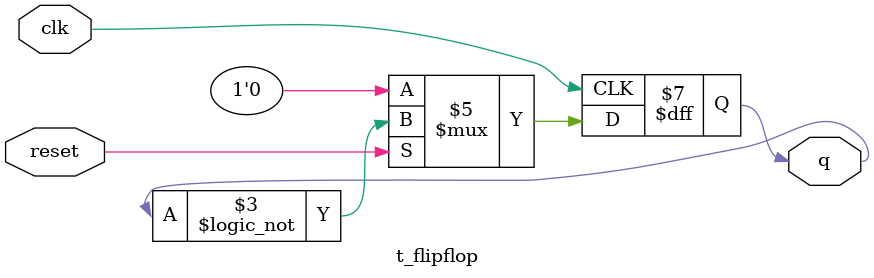
<source format=v>
module t_flipflop
(
	input  wire clk,
	input wire reset, 
	output wire  q
);

reg q;

always @ ( posedge clk)
if (~reset)
begin
	q <= 1'b0;
	end
else
begin
    q <= !q;
end

endmodule

</source>
